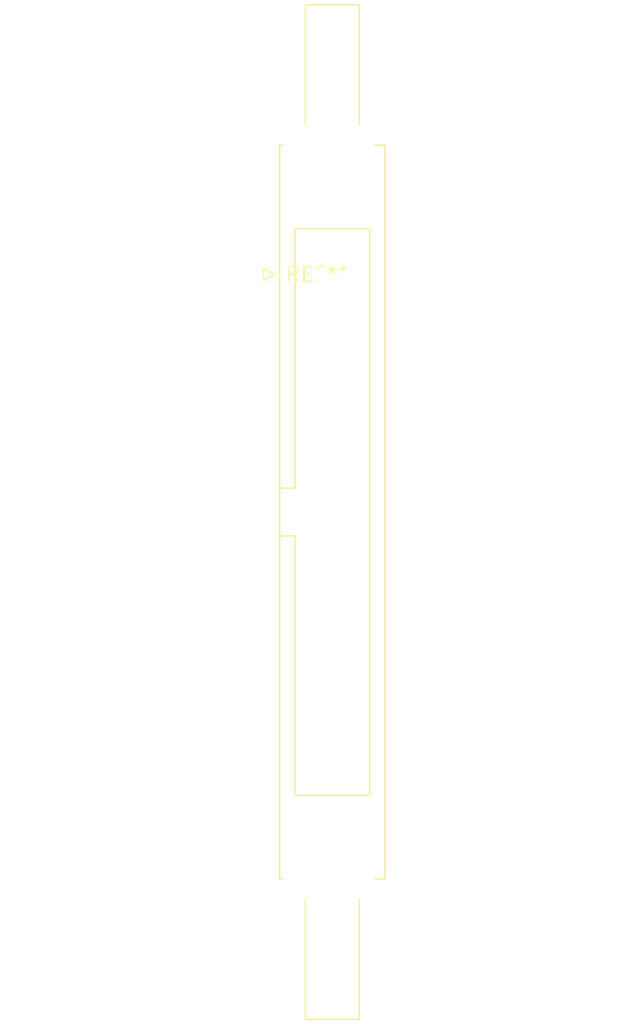
<source format=kicad_pcb>
(kicad_pcb (version 20240108) (generator pcbnew)
  (layers (0 "F.Cu" signal) (31 "B.Cu" signal) (34 "B.Paste" user) (35 "F.Paste" user) (36 "B.SilkS" user "B.Silkscreen") (37 "F.SilkS" user "F.Silkscreen") (38 "B.Mask" user) (39 "F.Mask" user) (44 "Edge.Cuts" user))
  (net 0 "")
  (footprint "IDC-Header_2x17-1MP_P2.54mm_Latch12.0mm_Vertical" (layer "F.Cu") (at 0 0)
    (property "Reference" "REF**")
    (property "Value" "IDC-Header_2x17-1MP_P2.54mm_Latch12.0mm_Vertical")
    (fp_line (start -4.63 -0.5) (end -4.63 0.5) (layer "F.SilkS") (stroke (width 0.12)))
    (fp_line (start -4.63 0.5) (end -3.63 0) (layer "F.SilkS") (stroke (width 0.12)))
    (fp_line (start -3.63 0) (end -4.63 -0.5) (layer "F.SilkS") (stroke (width 0.12)))
    (fp_line (start -3.24 -11.08) (end -3.24 51.72) (layer "F.SilkS") (stroke (width 0.12)))
    (fp_line (start -3.24 18.27) (end -1.93 18.27) (layer "F.SilkS") (stroke (width 0.12)))
    (fp_line (start -3.24 51.72) (end -2.87 51.72) (layer "F.SilkS") (stroke (width 0.12)))
    (fp_line (start -2.87 -11.08) (end -3.24 -11.08) (layer "F.SilkS") (stroke (width 0.12)))
    (fp_line (start -1.93 -3.92) (end 4.47 -3.92) (layer "F.SilkS") (stroke (width 0.12)))
    (fp_line (start -1.93 18.27) (end -1.93 -3.92) (layer "F.SilkS") (stroke (width 0.12)))
    (fp_line (start -1.93 22.37) (end -3.24 22.37) (layer "F.SilkS") (stroke (width 0.12)))
    (fp_line (start -1.93 22.37) (end -1.93 22.37) (layer "F.SilkS") (stroke (width 0.12)))
    (fp_line (start -1.93 44.56) (end -1.93 22.37) (layer "F.SilkS") (stroke (width 0.12)))
    (fp_line (start -1.04 -23.08) (end 3.58 -23.08) (layer "F.SilkS") (stroke (width 0.12)))
    (fp_line (start -1.04 -12.83) (end -1.04 -23.08) (layer "F.SilkS") (stroke (width 0.12)))
    (fp_line (start -1.04 53.47) (end -1.04 63.72) (layer "F.SilkS") (stroke (width 0.12)))
    (fp_line (start -1.04 63.72) (end 3.58 63.72) (layer "F.SilkS") (stroke (width 0.12)))
    (fp_line (start 3.58 -23.08) (end 3.58 -12.83) (layer "F.SilkS") (stroke (width 0.12)))
    (fp_line (start 3.58 63.72) (end 3.58 53.47) (layer "F.SilkS") (stroke (width 0.12)))
    (fp_line (start 4.47 -3.92) (end 4.47 44.56) (layer "F.SilkS") (stroke (width 0.12)))
    (fp_line (start 4.47 44.56) (end -1.93 44.56) (layer "F.SilkS") (stroke (width 0.12)))
    (fp_line (start 4.91 -11.08) (end 5.78 -11.08) (layer "F.SilkS") (stroke (width 0.12)))
    (fp_line (start 5.78 -11.08) (end 5.78 51.72) (layer "F.SilkS") (stroke (width 0.12)))
    (fp_line (start 5.78 51.72) (end 4.91 51.72) (layer "F.SilkS") (stroke (width 0.12)))
    (pad "1" thru_hole roundrect (at 0 0) (size 1.7 1.7) (drill 1) (layers *.Cu *.Mask) (remove_unused_layers) (roundrect_rratio 0.147059))
    (pad "2" thru_hole circle (at 2.54 0) (size 1.7 1.7) (drill 1) (layers *.Cu *.Mask) (remove_unused_layers))
    (pad "3" thru_hole circle (at 0 2.54) (size 1.7 1.7) (drill 1) (layers *.Cu *.Mask) (remove_unused_layers))
    (pad "4" thru_hole circle (at 2.54 2.54) (size 1.7 1.7) (drill 1) (layers *.Cu *.Mask) (remove_unused_layers))
    (pad "5" thru_hole circle (at 0 5.08) (size 1.7 1.7) (drill 1) (layers *.Cu *.Mask) (remove_unused_layers))
    (pad "6" thru_hole circle (at 2.54 5.08) (size 1.7 1.7) (drill 1) (layers *.Cu *.Mask) (remove_unused_layers))
    (pad "7" thru_hole circle (at 0 7.62) (size 1.7 1.7) (drill 1) (layers *.Cu *.Mask) (remove_unused_layers))
    (pad "8" thru_hole circle (at 2.54 7.62) (size 1.7 1.7) (drill 1) (layers *.Cu *.Mask) (remove_unused_layers))
    (pad "9" thru_hole circle (at 0 10.16) (size 1.7 1.7) (drill 1) (layers *.Cu *.Mask) (remove_unused_layers))
    (pad "10" thru_hole circle (at 2.54 10.16) (size 1.7 1.7) (drill 1) (layers *.Cu *.Mask) (remove_unused_layers))
    (pad "11" thru_hole circle (at 0 12.7) (size 1.7 1.7) (drill 1) (layers *.Cu *.Mask) (remove_unused_layers))
    (pad "12" thru_hole circle (at 2.54 12.7) (size 1.7 1.7) (drill 1) (layers *.Cu *.Mask) (remove_unused_layers))
    (pad "13" thru_hole circle (at 0 15.24) (size 1.7 1.7) (drill 1) (layers *.Cu *.Mask) (remove_unused_layers))
    (pad "14" thru_hole circle (at 2.54 15.24) (size 1.7 1.7) (drill 1) (layers *.Cu *.Mask) (remove_unused_layers))
    (pad "15" thru_hole circle (at 0 17.78) (size 1.7 1.7) (drill 1) (layers *.Cu *.Mask) (remove_unused_layers))
    (pad "16" thru_hole circle (at 2.54 17.78) (size 1.7 1.7) (drill 1) (layers *.Cu *.Mask) (remove_unused_layers))
    (pad "17" thru_hole circle (at 0 20.32) (size 1.7 1.7) (drill 1) (layers *.Cu *.Mask) (remove_unused_layers))
    (pad "18" thru_hole circle (at 2.54 20.32) (size 1.7 1.7) (drill 1) (layers *.Cu *.Mask) (remove_unused_layers))
    (pad "19" thru_hole circle (at 0 22.86) (size 1.7 1.7) (drill 1) (layers *.Cu *.Mask) (remove_unused_layers))
    (pad "20" thru_hole circle (at 2.54 22.86) (size 1.7 1.7) (drill 1) (layers *.Cu *.Mask) (remove_unused_layers))
    (pad "21" thru_hole circle (at 0 25.4) (size 1.7 1.7) (drill 1) (layers *.Cu *.Mask) (remove_unused_layers))
    (pad "22" thru_hole circle (at 2.54 25.4) (size 1.7 1.7) (drill 1) (layers *.Cu *.Mask) (remove_unused_layers))
    (pad "23" thru_hole circle (at 0 27.94) (size 1.7 1.7) (drill 1) (layers *.Cu *.Mask) (remove_unused_layers))
    (pad "24" thru_hole circle (at 2.54 27.94) (size 1.7 1.7) (drill 1) (layers *.Cu *.Mask) (remove_unused_layers))
    (pad "25" thru_hole circle (at 0 30.48) (size 1.7 1.7) (drill 1) (layers *.Cu *.Mask) (remove_unused_layers))
    (pad "26" thru_hole circle (at 2.54 30.48) (size 1.7 1.7) (drill 1) (layers *.Cu *.Mask) (remove_unused_layers))
    (pad "27" thru_hole circle (at 0 33.02) (size 1.7 1.7) (drill 1) (layers *.Cu *.Mask) (remove_unused_layers))
    (pad "28" thru_hole circle (at 2.54 33.02) (size 1.7 1.7) (drill 1) (layers *.Cu *.Mask) (remove_unused_layers))
    (pad "29" thru_hole circle (at 0 35.56) (size 1.7 1.7) (drill 1) (layers *.Cu *.Mask) (remove_unused_layers))
    (pad "30" thru_hole circle (at 2.54 35.56) (size 1.7 1.7) (drill 1) (layers *.Cu *.Mask) (remove_unused_layers))
    (pad "31" thru_hole circle (at 0 38.1) (size 1.7 1.7) (drill 1) (layers *.Cu *.Mask) (remove_unused_layers))
    (pad "32" thru_hole circle (at 2.54 38.1) (size 1.7 1.7) (drill 1) (layers *.Cu *.Mask) (remove_unused_layers))
    (pad "33" thru_hole circle (at 0 40.64) (size 1.7 1.7) (drill 1) (layers *.Cu *.Mask) (remove_unused_layers))
    (pad "34" thru_hole circle (at 2.54 40.64) (size 1.7 1.7) (drill 1) (layers *.Cu *.Mask) (remove_unused_layers))
    (pad "MP" thru_hole circle (at 1.02 -8.94) (size 8 8) (drill 2.69) (layers *.Cu *.Mask) (remove_unused_layers))
    (pad "MP" thru_hole circle (at 1.02 49.58) (size 8 8) (drill 2.69) (layers *.Cu *.Mask) (remove_unused_layers))
  )
)
</source>
